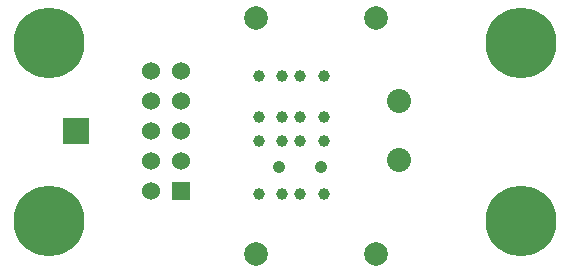
<source format=gts>
%FSLAX36Y36*%
G04 Gerber Fmt 3.6, Leading zero omitted, Abs format (unit inch)*
G04 Created by KiCad (PCBNEW (2014-jul-16 BZR unknown)-product) date Thu 30 Oct 2014 11:01:01 AM PDT*
%MOIN*%
G01*
G04 APERTURE LIST*
%ADD10C,0.003937*%
%ADD11C,0.236220*%
%ADD12C,0.078700*%
%ADD13R,0.088000X0.088000*%
%ADD14C,0.039370*%
%ADD15C,0.041339*%
%ADD16C,0.080000*%
%ADD17R,0.060000X0.060000*%
%ADD18C,0.060000*%
G04 APERTURE END LIST*
D10*
D11*
X4133858Y-4133858D03*
X5708661Y-4133858D03*
X4133858Y-4724409D03*
X5708661Y-4724409D03*
D12*
X5225000Y-4835000D03*
X4825000Y-4835000D03*
X5225000Y-4050000D03*
X4825000Y-4050000D03*
D13*
X4225000Y-4425000D03*
D14*
X4832677Y-4636772D03*
X4911417Y-4636811D03*
X4832677Y-4457677D03*
X4911417Y-4457677D03*
D15*
X4901575Y-4547244D03*
D14*
X4970472Y-4636772D03*
X5049213Y-4636811D03*
X4970472Y-4457677D03*
X5049213Y-4457677D03*
D15*
X5039370Y-4547244D03*
D14*
X4911417Y-4241142D03*
X4832677Y-4241142D03*
X4911417Y-4380906D03*
X4832677Y-4380906D03*
X5049213Y-4241142D03*
X4970472Y-4241142D03*
X5049213Y-4380906D03*
X4970472Y-4380906D03*
D16*
X5300000Y-4523425D03*
X5300000Y-4326575D03*
D17*
X4575000Y-4625000D03*
D18*
X4475000Y-4625000D03*
X4575000Y-4525000D03*
X4475000Y-4525000D03*
X4575000Y-4425000D03*
X4475000Y-4425000D03*
X4575000Y-4325000D03*
X4475000Y-4325000D03*
X4575000Y-4225000D03*
X4475000Y-4225000D03*
M02*

</source>
